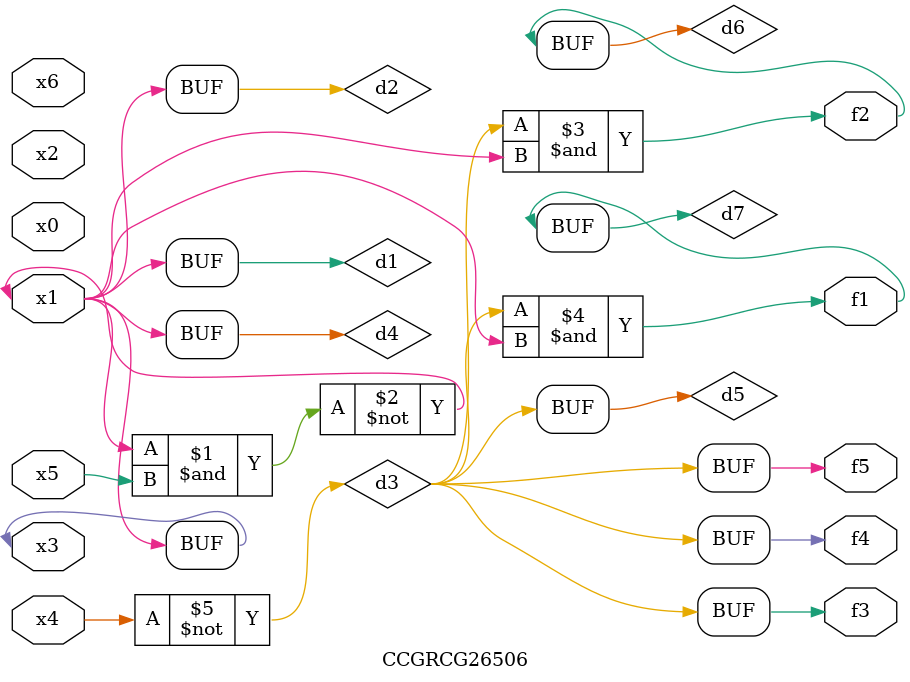
<source format=v>
module CCGRCG26506(
	input x0, x1, x2, x3, x4, x5, x6,
	output f1, f2, f3, f4, f5
);

	wire d1, d2, d3, d4, d5, d6, d7;

	buf (d1, x1, x3);
	nand (d2, x1, x5);
	not (d3, x4);
	buf (d4, d1, d2);
	buf (d5, d3);
	and (d6, d3, d4);
	and (d7, d3, d4);
	assign f1 = d7;
	assign f2 = d6;
	assign f3 = d5;
	assign f4 = d5;
	assign f5 = d5;
endmodule

</source>
